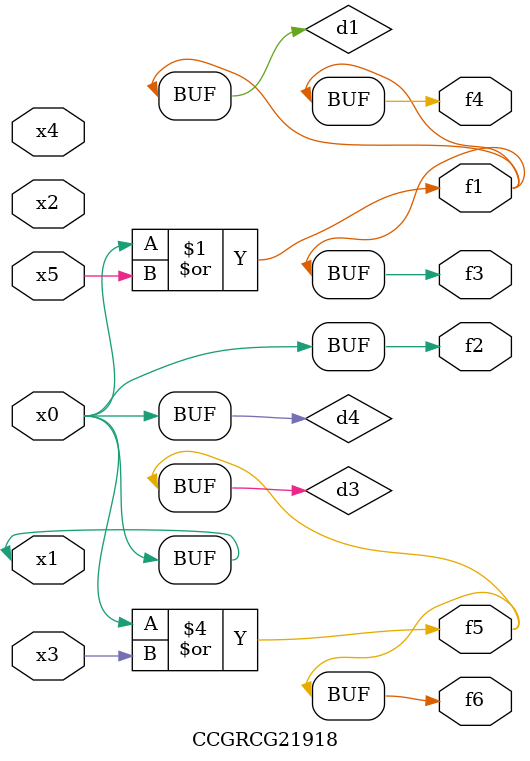
<source format=v>
module CCGRCG21918(
	input x0, x1, x2, x3, x4, x5,
	output f1, f2, f3, f4, f5, f6
);

	wire d1, d2, d3, d4;

	or (d1, x0, x5);
	xnor (d2, x1, x4);
	or (d3, x0, x3);
	buf (d4, x0, x1);
	assign f1 = d1;
	assign f2 = d4;
	assign f3 = d1;
	assign f4 = d1;
	assign f5 = d3;
	assign f6 = d3;
endmodule

</source>
